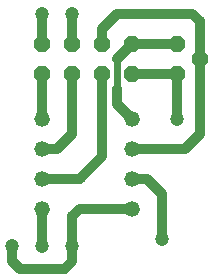
<source format=gbr>
G04 EAGLE Gerber RS-274X export*
G75*
%MOMM*%
%FSLAX34Y34*%
%LPD*%
%INBottom Copper*%
%IPPOS*%
%AMOC8*
5,1,8,0,0,1.08239X$1,22.5*%
G01*
%ADD10P,1.429621X8X292.500000*%
%ADD11P,1.539592X8X22.500000*%
%ADD12C,1.320800*%
%ADD13C,0.812800*%
%ADD14C,0.609600*%
%ADD15C,1.200000*%


D10*
X158750Y260350D03*
X177800Y247650D03*
X158750Y234950D03*
D11*
X44450Y234950D03*
X44450Y260350D03*
X69850Y234950D03*
X69850Y260350D03*
X95250Y234950D03*
X95250Y260350D03*
X120650Y260350D03*
X120650Y234950D03*
D12*
X44450Y196850D03*
X44450Y171450D03*
X120650Y171450D03*
X120650Y196850D03*
X44450Y146050D03*
X44450Y120650D03*
X120650Y146050D03*
X120650Y120650D03*
D13*
X120650Y260350D02*
X158750Y260350D01*
X120650Y260350D02*
X107950Y247650D01*
D14*
X107950Y222250D01*
D13*
X107950Y209550D01*
X120650Y196850D01*
D15*
X44450Y88900D03*
D13*
X44450Y120650D01*
X120650Y234950D02*
X158750Y234950D01*
D15*
X158750Y196850D03*
D13*
X158750Y234950D01*
X177800Y247650D02*
X177800Y184150D01*
X165100Y171450D01*
X120650Y171450D01*
X95250Y260350D02*
X95250Y273050D01*
X107950Y285750D01*
X171450Y285750D01*
X177800Y279400D01*
X177800Y247650D01*
D15*
X69850Y88900D03*
D13*
X76200Y120650D02*
X120650Y120650D01*
X76200Y120650D02*
X69850Y114300D01*
X69850Y88900D01*
X44450Y260350D02*
X44450Y285750D01*
D15*
X44450Y285750D03*
X19050Y88900D03*
D13*
X19050Y76200D02*
X25400Y69850D01*
X63500Y69850D01*
X69850Y76200D01*
X19050Y76200D02*
X19050Y88900D01*
X69850Y88900D02*
X69850Y76200D01*
X133350Y146050D02*
X146050Y133350D01*
X133350Y146050D02*
X120650Y146050D01*
X146050Y133350D02*
X146050Y95250D01*
D15*
X146050Y95250D03*
D13*
X69850Y260350D02*
X69850Y285750D01*
D15*
X69850Y285750D03*
D13*
X44450Y234950D02*
X44450Y196850D01*
X69850Y184150D02*
X57150Y171450D01*
X44450Y171450D01*
X69850Y184150D02*
X69850Y234950D01*
X95250Y165100D02*
X76200Y146050D01*
X44450Y146050D01*
X95250Y165100D02*
X95250Y234950D01*
M02*

</source>
